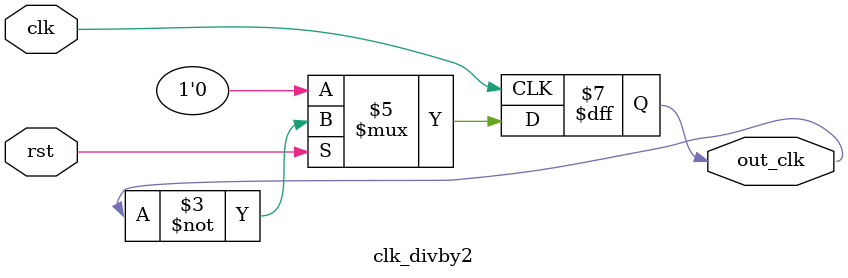
<source format=v>
module clk_divby2 ( clk ,rst,out_clk );
output reg out_clk;
input clk ;
input rst;
always @(posedge clk)
begin
if (~rst)
     out_clk <= 1'b0;
else
     out_clk <= ~out_clk;	
end
endmodule
</source>
